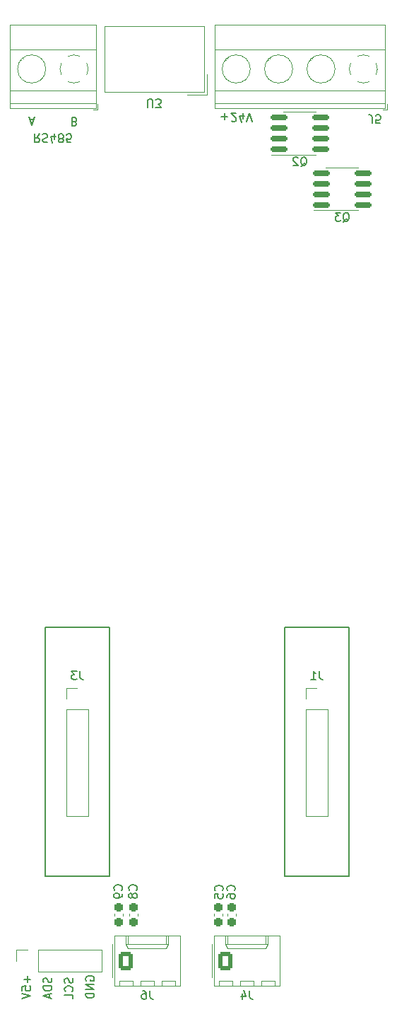
<source format=gbo>
G04 #@! TF.GenerationSoftware,KiCad,Pcbnew,(6.0.5)*
G04 #@! TF.CreationDate,2022-05-13T08:12:08+02:00*
G04 #@! TF.ProjectId,MEV_board,4d45565f-626f-4617-9264-2e6b69636164,rev?*
G04 #@! TF.SameCoordinates,Original*
G04 #@! TF.FileFunction,Legend,Bot*
G04 #@! TF.FilePolarity,Positive*
%FSLAX46Y46*%
G04 Gerber Fmt 4.6, Leading zero omitted, Abs format (unit mm)*
G04 Created by KiCad (PCBNEW (6.0.5)) date 2022-05-13 08:12:08*
%MOMM*%
%LPD*%
G01*
G04 APERTURE LIST*
G04 Aperture macros list*
%AMRoundRect*
0 Rectangle with rounded corners*
0 $1 Rounding radius*
0 $2 $3 $4 $5 $6 $7 $8 $9 X,Y pos of 4 corners*
0 Add a 4 corners polygon primitive as box body*
4,1,4,$2,$3,$4,$5,$6,$7,$8,$9,$2,$3,0*
0 Add four circle primitives for the rounded corners*
1,1,$1+$1,$2,$3*
1,1,$1+$1,$4,$5*
1,1,$1+$1,$6,$7*
1,1,$1+$1,$8,$9*
0 Add four rect primitives between the rounded corners*
20,1,$1+$1,$2,$3,$4,$5,0*
20,1,$1+$1,$4,$5,$6,$7,0*
20,1,$1+$1,$6,$7,$8,$9,0*
20,1,$1+$1,$8,$9,$2,$3,0*%
G04 Aperture macros list end*
%ADD10C,0.200000*%
%ADD11C,0.150000*%
%ADD12C,0.120000*%
%ADD13R,1.700000X1.700000*%
%ADD14O,1.700000X1.700000*%
%ADD15C,3.600000*%
%ADD16C,6.400000*%
%ADD17R,2.600000X2.600000*%
%ADD18C,2.600000*%
%ADD19RoundRect,0.150000X-0.825000X-0.150000X0.825000X-0.150000X0.825000X0.150000X-0.825000X0.150000X0*%
%ADD20R,1.500000X2.500000*%
%ADD21O,1.500000X2.500000*%
%ADD22RoundRect,0.237500X-0.237500X0.300000X-0.237500X-0.300000X0.237500X-0.300000X0.237500X0.300000X0*%
%ADD23RoundRect,0.237500X0.237500X-0.300000X0.237500X0.300000X-0.237500X0.300000X-0.237500X-0.300000X0*%
%ADD24RoundRect,0.250000X-0.620000X-0.845000X0.620000X-0.845000X0.620000X0.845000X-0.620000X0.845000X0*%
%ADD25O,1.740000X2.190000*%
G04 APERTURE END LIST*
D10*
X108354500Y-143868500D02*
X116104500Y-143868500D01*
X116104500Y-143868500D02*
X116104500Y-114018500D01*
X116104500Y-114018500D02*
X108354500Y-114018500D01*
X108354500Y-114018500D02*
X108354500Y-143868500D01*
X137056500Y-143868500D02*
X144806500Y-143868500D01*
X144806500Y-143868500D02*
X144806500Y-114018500D01*
X144806500Y-114018500D02*
X137056500Y-114018500D01*
X137056500Y-114018500D02*
X137056500Y-143868500D01*
D11*
X109100061Y-156003761D02*
X109147680Y-156146618D01*
X109147680Y-156384713D01*
X109100061Y-156479951D01*
X109052442Y-156527570D01*
X108957204Y-156575189D01*
X108861966Y-156575189D01*
X108766728Y-156527570D01*
X108719109Y-156479951D01*
X108671490Y-156384713D01*
X108623871Y-156194237D01*
X108576252Y-156098999D01*
X108528633Y-156051380D01*
X108433395Y-156003761D01*
X108338157Y-156003761D01*
X108242919Y-156051380D01*
X108195300Y-156098999D01*
X108147680Y-156194237D01*
X108147680Y-156432332D01*
X108195300Y-156575189D01*
X109147680Y-157003761D02*
X108147680Y-157003761D01*
X108147680Y-157241856D01*
X108195300Y-157384713D01*
X108290538Y-157479951D01*
X108385776Y-157527570D01*
X108576252Y-157575189D01*
X108719109Y-157575189D01*
X108909585Y-157527570D01*
X109004823Y-157479951D01*
X109100061Y-157384713D01*
X109147680Y-157241856D01*
X109147680Y-157003761D01*
X108861966Y-157956142D02*
X108861966Y-158432332D01*
X109147680Y-157860904D02*
X108147680Y-158194237D01*
X109147680Y-158527570D01*
X111894928Y-53538428D02*
X112037785Y-53490809D01*
X112085404Y-53443190D01*
X112133023Y-53347952D01*
X112133023Y-53205095D01*
X112085404Y-53109857D01*
X112037785Y-53062238D01*
X111942547Y-53014619D01*
X111561595Y-53014619D01*
X111561595Y-54014619D01*
X111894928Y-54014619D01*
X111990166Y-53967000D01*
X112037785Y-53919380D01*
X112085404Y-53824142D01*
X112085404Y-53728904D01*
X112037785Y-53633666D01*
X111990166Y-53586047D01*
X111894928Y-53538428D01*
X111561595Y-53538428D01*
X107683261Y-54983119D02*
X107349928Y-55459309D01*
X107111833Y-54983119D02*
X107111833Y-55983119D01*
X107492785Y-55983119D01*
X107588023Y-55935500D01*
X107635642Y-55887880D01*
X107683261Y-55792642D01*
X107683261Y-55649785D01*
X107635642Y-55554547D01*
X107588023Y-55506928D01*
X107492785Y-55459309D01*
X107111833Y-55459309D01*
X108064214Y-55030738D02*
X108207071Y-54983119D01*
X108445166Y-54983119D01*
X108540404Y-55030738D01*
X108588023Y-55078357D01*
X108635642Y-55173595D01*
X108635642Y-55268833D01*
X108588023Y-55364071D01*
X108540404Y-55411690D01*
X108445166Y-55459309D01*
X108254690Y-55506928D01*
X108159452Y-55554547D01*
X108111833Y-55602166D01*
X108064214Y-55697404D01*
X108064214Y-55792642D01*
X108111833Y-55887880D01*
X108159452Y-55935500D01*
X108254690Y-55983119D01*
X108492785Y-55983119D01*
X108635642Y-55935500D01*
X109492785Y-55649785D02*
X109492785Y-54983119D01*
X109254690Y-56030738D02*
X109016595Y-55316452D01*
X109635642Y-55316452D01*
X110159452Y-55554547D02*
X110064214Y-55602166D01*
X110016595Y-55649785D01*
X109968976Y-55745023D01*
X109968976Y-55792642D01*
X110016595Y-55887880D01*
X110064214Y-55935500D01*
X110159452Y-55983119D01*
X110349928Y-55983119D01*
X110445166Y-55935500D01*
X110492785Y-55887880D01*
X110540404Y-55792642D01*
X110540404Y-55745023D01*
X110492785Y-55649785D01*
X110445166Y-55602166D01*
X110349928Y-55554547D01*
X110159452Y-55554547D01*
X110064214Y-55506928D01*
X110016595Y-55459309D01*
X109968976Y-55364071D01*
X109968976Y-55173595D01*
X110016595Y-55078357D01*
X110064214Y-55030738D01*
X110159452Y-54983119D01*
X110349928Y-54983119D01*
X110445166Y-55030738D01*
X110492785Y-55078357D01*
X110540404Y-55173595D01*
X110540404Y-55364071D01*
X110492785Y-55459309D01*
X110445166Y-55506928D01*
X110349928Y-55554547D01*
X111445166Y-55983119D02*
X110968976Y-55983119D01*
X110921357Y-55506928D01*
X110968976Y-55554547D01*
X111064214Y-55602166D01*
X111302309Y-55602166D01*
X111397547Y-55554547D01*
X111445166Y-55506928D01*
X111492785Y-55411690D01*
X111492785Y-55173595D01*
X111445166Y-55078357D01*
X111397547Y-55030738D01*
X111302309Y-54983119D01*
X111064214Y-54983119D01*
X110968976Y-55030738D01*
X110921357Y-55078357D01*
X129492595Y-52887571D02*
X130254500Y-52887571D01*
X129873547Y-52506619D02*
X129873547Y-53268523D01*
X130683071Y-53411380D02*
X130730690Y-53459000D01*
X130825928Y-53506619D01*
X131064023Y-53506619D01*
X131159261Y-53459000D01*
X131206880Y-53411380D01*
X131254500Y-53316142D01*
X131254500Y-53220904D01*
X131206880Y-53078047D01*
X130635452Y-52506619D01*
X131254500Y-52506619D01*
X132111642Y-53173285D02*
X132111642Y-52506619D01*
X131873547Y-53554238D02*
X131635452Y-52839952D01*
X132254500Y-52839952D01*
X132492595Y-53506619D02*
X132825928Y-52506619D01*
X133159261Y-53506619D01*
X106226728Y-155813285D02*
X106226728Y-156575190D01*
X106607680Y-156194238D02*
X105845776Y-156194238D01*
X105607680Y-157527571D02*
X105607680Y-157051380D01*
X106083871Y-157003761D01*
X106036252Y-157051380D01*
X105988633Y-157146619D01*
X105988633Y-157384714D01*
X106036252Y-157479952D01*
X106083871Y-157527571D01*
X106179109Y-157575190D01*
X106417204Y-157575190D01*
X106512442Y-157527571D01*
X106560061Y-157479952D01*
X106607680Y-157384714D01*
X106607680Y-157146619D01*
X106560061Y-157051380D01*
X106512442Y-157003761D01*
X105607680Y-157860904D02*
X106607680Y-158194238D01*
X105607680Y-158527571D01*
X111640061Y-156051380D02*
X111687680Y-156194237D01*
X111687680Y-156432333D01*
X111640061Y-156527571D01*
X111592442Y-156575190D01*
X111497204Y-156622809D01*
X111401966Y-156622809D01*
X111306728Y-156575190D01*
X111259109Y-156527571D01*
X111211490Y-156432333D01*
X111163871Y-156241857D01*
X111116252Y-156146618D01*
X111068633Y-156098999D01*
X110973395Y-156051380D01*
X110878157Y-156051380D01*
X110782919Y-156098999D01*
X110735300Y-156146618D01*
X110687680Y-156241857D01*
X110687680Y-156479952D01*
X110735300Y-156622809D01*
X111592442Y-157622809D02*
X111640061Y-157575190D01*
X111687680Y-157432333D01*
X111687680Y-157337095D01*
X111640061Y-157194237D01*
X111544823Y-157098999D01*
X111449585Y-157051380D01*
X111259109Y-157003761D01*
X111116252Y-157003761D01*
X110925776Y-157051380D01*
X110830538Y-157098999D01*
X110735300Y-157194237D01*
X110687680Y-157337095D01*
X110687680Y-157432333D01*
X110735300Y-157575190D01*
X110782919Y-157622809D01*
X111687680Y-158527571D02*
X111687680Y-158051380D01*
X110687680Y-158051380D01*
X113275300Y-156337095D02*
X113227680Y-156241857D01*
X113227680Y-156099000D01*
X113275300Y-155956142D01*
X113370538Y-155860904D01*
X113465776Y-155813285D01*
X113656252Y-155765666D01*
X113799109Y-155765666D01*
X113989585Y-155813285D01*
X114084823Y-155860904D01*
X114180061Y-155956142D01*
X114227680Y-156099000D01*
X114227680Y-156194238D01*
X114180061Y-156337095D01*
X114132442Y-156384714D01*
X113799109Y-156384714D01*
X113799109Y-156194238D01*
X114227680Y-156813285D02*
X113227680Y-156813285D01*
X114227680Y-157384714D01*
X113227680Y-157384714D01*
X114227680Y-157860904D02*
X113227680Y-157860904D01*
X113227680Y-158099000D01*
X113275300Y-158241857D01*
X113370538Y-158337095D01*
X113465776Y-158384714D01*
X113656252Y-158432333D01*
X113799109Y-158432333D01*
X113989585Y-158384714D01*
X114084823Y-158337095D01*
X114180061Y-158241857D01*
X114227680Y-158099000D01*
X114227680Y-157860904D01*
X106505405Y-53236833D02*
X106981596Y-53236833D01*
X106410167Y-52951119D02*
X106743501Y-53951119D01*
X107076834Y-52951119D01*
X138976738Y-58849719D02*
X139071976Y-58802100D01*
X139167214Y-58706861D01*
X139310071Y-58564004D01*
X139405309Y-58516385D01*
X139500547Y-58516385D01*
X139452928Y-58754480D02*
X139548166Y-58706861D01*
X139643404Y-58611623D01*
X139691023Y-58421147D01*
X139691023Y-58087814D01*
X139643404Y-57897338D01*
X139548166Y-57802100D01*
X139452928Y-57754480D01*
X139262452Y-57754480D01*
X139167214Y-57802100D01*
X139071976Y-57897338D01*
X139024357Y-58087814D01*
X139024357Y-58421147D01*
X139071976Y-58611623D01*
X139167214Y-58706861D01*
X139262452Y-58754480D01*
X139452928Y-58754480D01*
X138643404Y-57849719D02*
X138595785Y-57802100D01*
X138500547Y-57754480D01*
X138262452Y-57754480D01*
X138167214Y-57802100D01*
X138119595Y-57849719D01*
X138071976Y-57944957D01*
X138071976Y-58040195D01*
X138119595Y-58183052D01*
X138691023Y-58754480D01*
X138071976Y-58754480D01*
X144056738Y-65504519D02*
X144151976Y-65456900D01*
X144247214Y-65361661D01*
X144390071Y-65218804D01*
X144485309Y-65171185D01*
X144580547Y-65171185D01*
X144532928Y-65409280D02*
X144628166Y-65361661D01*
X144723404Y-65266423D01*
X144771023Y-65075947D01*
X144771023Y-64742614D01*
X144723404Y-64552138D01*
X144628166Y-64456900D01*
X144532928Y-64409280D01*
X144342452Y-64409280D01*
X144247214Y-64456900D01*
X144151976Y-64552138D01*
X144104357Y-64742614D01*
X144104357Y-65075947D01*
X144151976Y-65266423D01*
X144247214Y-65361661D01*
X144342452Y-65409280D01*
X144532928Y-65409280D01*
X143771023Y-64409280D02*
X143151976Y-64409280D01*
X143485309Y-64790233D01*
X143342452Y-64790233D01*
X143247214Y-64837852D01*
X143199595Y-64885471D01*
X143151976Y-64980709D01*
X143151976Y-65218804D01*
X143199595Y-65314042D01*
X143247214Y-65361661D01*
X143342452Y-65409280D01*
X143628166Y-65409280D01*
X143723404Y-65361661D01*
X143771023Y-65314042D01*
X120650095Y-51792119D02*
X120650095Y-50982595D01*
X120697714Y-50887357D01*
X120745333Y-50839738D01*
X120840571Y-50792119D01*
X121031047Y-50792119D01*
X121126285Y-50839738D01*
X121173904Y-50887357D01*
X121221523Y-50982595D01*
X121221523Y-51792119D01*
X121602476Y-51792119D02*
X122221523Y-51792119D01*
X121888190Y-51411166D01*
X122031047Y-51411166D01*
X122126285Y-51363547D01*
X122173904Y-51315928D01*
X122221523Y-51220690D01*
X122221523Y-50982595D01*
X122173904Y-50887357D01*
X122126285Y-50839738D01*
X122031047Y-50792119D01*
X121745333Y-50792119D01*
X121650095Y-50839738D01*
X121602476Y-50887357D01*
X147558166Y-53697119D02*
X147558166Y-52982833D01*
X147510547Y-52839976D01*
X147415309Y-52744738D01*
X147272452Y-52697119D01*
X147177214Y-52697119D01*
X148510547Y-53697119D02*
X148034357Y-53697119D01*
X147986738Y-53220928D01*
X148034357Y-53268547D01*
X148129595Y-53316166D01*
X148367690Y-53316166D01*
X148462928Y-53268547D01*
X148510547Y-53220928D01*
X148558166Y-53125690D01*
X148558166Y-52887595D01*
X148510547Y-52792357D01*
X148462928Y-52744738D01*
X148367690Y-52697119D01*
X148129595Y-52697119D01*
X148034357Y-52744738D01*
X147986738Y-52792357D01*
X141239833Y-119300880D02*
X141239833Y-120015166D01*
X141287452Y-120158023D01*
X141382690Y-120253261D01*
X141525547Y-120300880D01*
X141620785Y-120300880D01*
X140239833Y-120300880D02*
X140811261Y-120300880D01*
X140525547Y-120300880D02*
X140525547Y-119300880D01*
X140620785Y-119443738D01*
X140716023Y-119538976D01*
X140811261Y-119586595D01*
X119292642Y-145502333D02*
X119340261Y-145454714D01*
X119387880Y-145311857D01*
X119387880Y-145216619D01*
X119340261Y-145073761D01*
X119245023Y-144978523D01*
X119149785Y-144930904D01*
X118959309Y-144883285D01*
X118816452Y-144883285D01*
X118625976Y-144930904D01*
X118530738Y-144978523D01*
X118435500Y-145073761D01*
X118387880Y-145216619D01*
X118387880Y-145311857D01*
X118435500Y-145454714D01*
X118483119Y-145502333D01*
X118816452Y-146073761D02*
X118768833Y-145978523D01*
X118721214Y-145930904D01*
X118625976Y-145883285D01*
X118578357Y-145883285D01*
X118483119Y-145930904D01*
X118435500Y-145978523D01*
X118387880Y-146073761D01*
X118387880Y-146264238D01*
X118435500Y-146359476D01*
X118483119Y-146407095D01*
X118578357Y-146454714D01*
X118625976Y-146454714D01*
X118721214Y-146407095D01*
X118768833Y-146359476D01*
X118816452Y-146264238D01*
X118816452Y-146073761D01*
X118864071Y-145978523D01*
X118911690Y-145930904D01*
X119006928Y-145883285D01*
X119197404Y-145883285D01*
X119292642Y-145930904D01*
X119340261Y-145978523D01*
X119387880Y-146073761D01*
X119387880Y-146264238D01*
X119340261Y-146359476D01*
X119292642Y-146407095D01*
X119197404Y-146454714D01*
X119006928Y-146454714D01*
X118911690Y-146407095D01*
X118864071Y-146359476D01*
X118816452Y-146264238D01*
X129579642Y-145565833D02*
X129627261Y-145518214D01*
X129674880Y-145375357D01*
X129674880Y-145280119D01*
X129627261Y-145137261D01*
X129532023Y-145042023D01*
X129436785Y-144994404D01*
X129246309Y-144946785D01*
X129103452Y-144946785D01*
X128912976Y-144994404D01*
X128817738Y-145042023D01*
X128722500Y-145137261D01*
X128674880Y-145280119D01*
X128674880Y-145375357D01*
X128722500Y-145518214D01*
X128770119Y-145565833D01*
X128674880Y-146470595D02*
X128674880Y-145994404D01*
X129151071Y-145946785D01*
X129103452Y-145994404D01*
X129055833Y-146089642D01*
X129055833Y-146327738D01*
X129103452Y-146422976D01*
X129151071Y-146470595D01*
X129246309Y-146518214D01*
X129484404Y-146518214D01*
X129579642Y-146470595D01*
X129627261Y-146422976D01*
X129674880Y-146327738D01*
X129674880Y-146089642D01*
X129627261Y-145994404D01*
X129579642Y-145946785D01*
X131040142Y-145565833D02*
X131087761Y-145518214D01*
X131135380Y-145375357D01*
X131135380Y-145280119D01*
X131087761Y-145137261D01*
X130992523Y-145042023D01*
X130897285Y-144994404D01*
X130706809Y-144946785D01*
X130563952Y-144946785D01*
X130373476Y-144994404D01*
X130278238Y-145042023D01*
X130183000Y-145137261D01*
X130135380Y-145280119D01*
X130135380Y-145375357D01*
X130183000Y-145518214D01*
X130230619Y-145565833D01*
X130135380Y-146422976D02*
X130135380Y-146232500D01*
X130183000Y-146137261D01*
X130230619Y-146089642D01*
X130373476Y-145994404D01*
X130563952Y-145946785D01*
X130944904Y-145946785D01*
X131040142Y-145994404D01*
X131087761Y-146042023D01*
X131135380Y-146137261D01*
X131135380Y-146327738D01*
X131087761Y-146422976D01*
X131040142Y-146470595D01*
X130944904Y-146518214D01*
X130706809Y-146518214D01*
X130611571Y-146470595D01*
X130563952Y-146422976D01*
X130516333Y-146327738D01*
X130516333Y-146137261D01*
X130563952Y-146042023D01*
X130611571Y-145994404D01*
X130706809Y-145946785D01*
X120919833Y-157547180D02*
X120919833Y-158261466D01*
X120967452Y-158404323D01*
X121062690Y-158499561D01*
X121205547Y-158547180D01*
X121300785Y-158547180D01*
X120015071Y-157547180D02*
X120205547Y-157547180D01*
X120300785Y-157594800D01*
X120348404Y-157642419D01*
X120443642Y-157785276D01*
X120491261Y-157975752D01*
X120491261Y-158356704D01*
X120443642Y-158451942D01*
X120396023Y-158499561D01*
X120300785Y-158547180D01*
X120110309Y-158547180D01*
X120015071Y-158499561D01*
X119967452Y-158451942D01*
X119919833Y-158356704D01*
X119919833Y-158118609D01*
X119967452Y-158023371D01*
X120015071Y-157975752D01*
X120110309Y-157928133D01*
X120300785Y-157928133D01*
X120396023Y-157975752D01*
X120443642Y-158023371D01*
X120491261Y-158118609D01*
X112537833Y-119300880D02*
X112537833Y-120015166D01*
X112585452Y-120158023D01*
X112680690Y-120253261D01*
X112823547Y-120300880D01*
X112918785Y-120300880D01*
X112156880Y-119300880D02*
X111537833Y-119300880D01*
X111871166Y-119681833D01*
X111728309Y-119681833D01*
X111633071Y-119729452D01*
X111585452Y-119777071D01*
X111537833Y-119872309D01*
X111537833Y-120110404D01*
X111585452Y-120205642D01*
X111633071Y-120253261D01*
X111728309Y-120300880D01*
X112014023Y-120300880D01*
X112109261Y-120253261D01*
X112156880Y-120205642D01*
X132857833Y-157547180D02*
X132857833Y-158261466D01*
X132905452Y-158404323D01*
X133000690Y-158499561D01*
X133143547Y-158547180D01*
X133238785Y-158547180D01*
X131953071Y-157880514D02*
X131953071Y-158547180D01*
X132191166Y-157499561D02*
X132429261Y-158213847D01*
X131810214Y-158213847D01*
X117514642Y-145502333D02*
X117562261Y-145454714D01*
X117609880Y-145311857D01*
X117609880Y-145216619D01*
X117562261Y-145073761D01*
X117467023Y-144978523D01*
X117371785Y-144930904D01*
X117181309Y-144883285D01*
X117038452Y-144883285D01*
X116847976Y-144930904D01*
X116752738Y-144978523D01*
X116657500Y-145073761D01*
X116609880Y-145216619D01*
X116609880Y-145311857D01*
X116657500Y-145454714D01*
X116705119Y-145502333D01*
X117609880Y-145978523D02*
X117609880Y-146169000D01*
X117562261Y-146264238D01*
X117514642Y-146311857D01*
X117371785Y-146407095D01*
X117181309Y-146454714D01*
X116800357Y-146454714D01*
X116705119Y-146407095D01*
X116657500Y-146359476D01*
X116609880Y-146264238D01*
X116609880Y-146073761D01*
X116657500Y-145978523D01*
X116705119Y-145930904D01*
X116800357Y-145883285D01*
X117038452Y-145883285D01*
X117133690Y-145930904D01*
X117181309Y-145978523D01*
X117228928Y-146073761D01*
X117228928Y-146264238D01*
X117181309Y-146359476D01*
X117133690Y-146407095D01*
X117038452Y-146454714D01*
D12*
X105468500Y-46131000D02*
X105515500Y-46177000D01*
X114423500Y-44899000D02*
X104143500Y-44899000D01*
X114423500Y-49800000D02*
X104143500Y-49800000D01*
X114423500Y-41939000D02*
X114423500Y-51860000D01*
X114663500Y-51360000D02*
X114663500Y-52100000D01*
X104143500Y-41939000D02*
X104143500Y-51860000D01*
X114423500Y-51860000D02*
X104143500Y-51860000D01*
X114663500Y-52100000D02*
X114163500Y-52100000D01*
X105673500Y-45925000D02*
X105708500Y-45961000D01*
X107970500Y-48223000D02*
X108017500Y-48269000D01*
X114423500Y-41939000D02*
X104143500Y-41939000D01*
X114423500Y-51300000D02*
X104143500Y-51300000D01*
X107777500Y-48439000D02*
X107812500Y-48474000D01*
X111794695Y-48880253D02*
G75*
G03*
X112507500Y-48735000I28806J1680254D01*
G01*
X110288073Y-46516958D02*
G75*
G03*
X110288500Y-47884000I1535431J-683041D01*
G01*
X113358926Y-47883042D02*
G75*
G03*
X113358500Y-46516000I-1535426J683042D01*
G01*
X111140182Y-48734756D02*
G75*
G03*
X111823500Y-48880000I683318J1534756D01*
G01*
X112506542Y-45664573D02*
G75*
G03*
X111139500Y-45665000I-683041J-1535431D01*
G01*
X108423500Y-47200000D02*
G75*
G03*
X108423500Y-47200000I-1680000J0D01*
G01*
X138881500Y-57462100D02*
X135431500Y-57462100D01*
X138881500Y-52342100D02*
X140831500Y-52342100D01*
X138881500Y-57462100D02*
X140831500Y-57462100D01*
X138881500Y-52342100D02*
X136931500Y-52342100D01*
X143961500Y-64116900D02*
X140511500Y-64116900D01*
X143961500Y-58996900D02*
X145911500Y-58996900D01*
X143961500Y-64116900D02*
X145911500Y-64116900D01*
X143961500Y-58996900D02*
X142011500Y-58996900D01*
X127750000Y-47800000D02*
X127750000Y-50250000D01*
X115480000Y-42070000D02*
X115480000Y-49920000D01*
X127420000Y-49920000D02*
X127420000Y-42070000D01*
X115480000Y-49920000D02*
X127420000Y-49920000D01*
X127750000Y-50250000D02*
X125420000Y-50250000D01*
X127420000Y-42070000D02*
X115480000Y-42070000D01*
X106222798Y-152644800D02*
X104892798Y-152644800D01*
X107492798Y-152644800D02*
X107492798Y-155304800D01*
X104892798Y-152644800D02*
X104892798Y-153974800D01*
X107492798Y-152644800D02*
X115172798Y-152644800D01*
X115172798Y-152644800D02*
X115172798Y-155304800D01*
X107492798Y-155304800D02*
X115172798Y-155304800D01*
X149100000Y-49800000D02*
X128660000Y-49800000D01*
X149100000Y-41939000D02*
X149100000Y-51860000D01*
X149100000Y-44899000D02*
X128660000Y-44899000D01*
X149100000Y-51300000D02*
X128660000Y-51300000D01*
X142454000Y-48439000D02*
X142489000Y-48474000D01*
X135065000Y-46131000D02*
X135112000Y-46177000D01*
X149100000Y-41939000D02*
X128660000Y-41939000D01*
X149340000Y-52100000D02*
X148840000Y-52100000D01*
X137374000Y-48439000D02*
X137409000Y-48474000D01*
X129985000Y-46131000D02*
X130032000Y-46177000D01*
X135270000Y-45925000D02*
X135305000Y-45961000D01*
X137567000Y-48223000D02*
X137614000Y-48269000D01*
X149340000Y-51360000D02*
X149340000Y-52100000D01*
X130190000Y-45925000D02*
X130225000Y-45961000D01*
X132487000Y-48223000D02*
X132534000Y-48269000D01*
X149100000Y-51860000D02*
X128660000Y-51860000D01*
X128660000Y-41939000D02*
X128660000Y-51860000D01*
X140145000Y-46131000D02*
X140192000Y-46177000D01*
X142647000Y-48223000D02*
X142694000Y-48269000D01*
X140350000Y-45925000D02*
X140385000Y-45961000D01*
X132294000Y-48439000D02*
X132329000Y-48474000D01*
X148035426Y-47883042D02*
G75*
G03*
X148035000Y-46516000I-1535426J683042D01*
G01*
X145816682Y-48734756D02*
G75*
G03*
X146500000Y-48880000I683318J1534756D01*
G01*
X147183042Y-45664573D02*
G75*
G03*
X145816000Y-45665000I-683041J-1535431D01*
G01*
X144964573Y-46516958D02*
G75*
G03*
X144965000Y-47884000I1535431J-683041D01*
G01*
X146471195Y-48880253D02*
G75*
G03*
X147184000Y-48735000I28806J1680254D01*
G01*
X138020000Y-47200000D02*
G75*
G03*
X138020000Y-47200000I-1680000J0D01*
G01*
X132940000Y-47200000D02*
G75*
G03*
X132940000Y-47200000I-1680000J0D01*
G01*
X143100000Y-47200000D02*
G75*
G03*
X143100000Y-47200000I-1680000J0D01*
G01*
X140906500Y-121288500D02*
X139576500Y-121288500D01*
X142236500Y-123888500D02*
X142236500Y-136648500D01*
X142236500Y-123888500D02*
X139576500Y-123888500D01*
X139576500Y-121288500D02*
X139576500Y-122618500D01*
X139576500Y-123888500D02*
X139576500Y-136648500D01*
X142236500Y-136648500D02*
X139576500Y-136648500D01*
X119451500Y-148316733D02*
X119451500Y-148609267D01*
X118431500Y-148316733D02*
X118431500Y-148609267D01*
X128625000Y-148316733D02*
X128625000Y-148609267D01*
X129645000Y-148316733D02*
X129645000Y-148609267D01*
X131256500Y-148609267D02*
X131256500Y-148316733D01*
X130236500Y-148609267D02*
X130236500Y-148316733D01*
X118296500Y-152514800D02*
X122876500Y-152514800D01*
X124506500Y-150984800D02*
X124506500Y-157004800D01*
X124506500Y-157004800D02*
X116666500Y-157004800D01*
X122876500Y-150984800D02*
X122876500Y-151984800D01*
X118046500Y-151984800D02*
X123126500Y-151984800D01*
X122326500Y-156404800D02*
X123926500Y-156404800D01*
X119786500Y-156404800D02*
X121386500Y-156404800D01*
X119786500Y-157004800D02*
X119786500Y-156404800D01*
X116666500Y-150984800D02*
X124506500Y-150984800D01*
X123126500Y-151984800D02*
X123126500Y-150984800D01*
X118046500Y-151984800D02*
X118296500Y-152514800D01*
X118846500Y-156404800D02*
X118846500Y-157004800D01*
X117246500Y-157004800D02*
X117246500Y-156404800D01*
X116666500Y-157004800D02*
X116666500Y-150984800D01*
X118296500Y-150984800D02*
X118296500Y-151984800D01*
X123926500Y-156404800D02*
X123926500Y-157004800D01*
X122326500Y-157004800D02*
X122326500Y-156404800D01*
X122876500Y-152514800D02*
X123126500Y-151984800D01*
X118046500Y-150984800D02*
X118046500Y-151984800D01*
X116376500Y-155974800D02*
X116376500Y-151974800D01*
X117246500Y-156404800D02*
X118846500Y-156404800D01*
X121386500Y-156404800D02*
X121386500Y-157004800D01*
X110874500Y-123888500D02*
X110874500Y-136648500D01*
X113534500Y-123888500D02*
X113534500Y-136648500D01*
X112204500Y-121288500D02*
X110874500Y-121288500D01*
X113534500Y-136648500D02*
X110874500Y-136648500D01*
X110874500Y-121288500D02*
X110874500Y-122618500D01*
X113534500Y-123888500D02*
X110874500Y-123888500D01*
X134264500Y-157004800D02*
X134264500Y-156404800D01*
X131724500Y-157004800D02*
X131724500Y-156404800D01*
X128314500Y-155974800D02*
X128314500Y-151974800D01*
X130234500Y-152514800D02*
X134814500Y-152514800D01*
X129184500Y-157004800D02*
X129184500Y-156404800D01*
X131724500Y-156404800D02*
X133324500Y-156404800D01*
X133324500Y-156404800D02*
X133324500Y-157004800D01*
X130234500Y-150984800D02*
X130234500Y-151984800D01*
X134814500Y-150984800D02*
X134814500Y-151984800D01*
X135064500Y-151984800D02*
X135064500Y-150984800D01*
X130784500Y-156404800D02*
X130784500Y-157004800D01*
X129984500Y-150984800D02*
X129984500Y-151984800D01*
X136444500Y-157004800D02*
X128604500Y-157004800D01*
X129984500Y-151984800D02*
X130234500Y-152514800D01*
X128604500Y-150984800D02*
X136444500Y-150984800D01*
X128604500Y-157004800D02*
X128604500Y-150984800D01*
X134264500Y-156404800D02*
X135864500Y-156404800D01*
X136444500Y-150984800D02*
X136444500Y-157004800D01*
X135864500Y-156404800D02*
X135864500Y-157004800D01*
X134814500Y-152514800D02*
X135064500Y-151984800D01*
X129984500Y-151984800D02*
X135064500Y-151984800D01*
X129184500Y-156404800D02*
X130784500Y-156404800D01*
X117667500Y-148609267D02*
X117667500Y-148316733D01*
X116647500Y-148609267D02*
X116647500Y-148316733D01*
%LPC*%
D13*
X99990000Y-75220000D03*
D14*
X102530000Y-75220000D03*
X99990000Y-77760000D03*
X102530000Y-77760000D03*
X99990000Y-80300000D03*
X102530000Y-80300000D03*
X99990000Y-82840000D03*
X102530000Y-82840000D03*
X99990000Y-85380000D03*
X102530000Y-85380000D03*
X99990000Y-87920000D03*
X102530000Y-87920000D03*
X99990000Y-90460000D03*
X102530000Y-90460000D03*
X99990000Y-93000000D03*
X102530000Y-93000000D03*
X99990000Y-95540000D03*
X102530000Y-95540000D03*
X99990000Y-98080000D03*
X102530000Y-98080000D03*
X99990000Y-100620000D03*
X102530000Y-100620000D03*
X99990000Y-103160000D03*
X102530000Y-103160000D03*
X99990000Y-105700000D03*
X102530000Y-105700000D03*
X99990000Y-108240000D03*
X102530000Y-108240000D03*
X99990000Y-110780000D03*
X102530000Y-110780000D03*
X99990000Y-113320000D03*
X102530000Y-113320000D03*
X99990000Y-115860000D03*
X102530000Y-115860000D03*
X99990000Y-118400000D03*
X102530000Y-118400000D03*
X99990000Y-120940000D03*
X102530000Y-120940000D03*
X99990000Y-123480000D03*
X102530000Y-123480000D03*
X99990000Y-126020000D03*
X102530000Y-126020000D03*
X99990000Y-128560000D03*
X102530000Y-128560000D03*
X99990000Y-131100000D03*
X102530000Y-131100000D03*
X99990000Y-133640000D03*
X102530000Y-133640000D03*
X99990000Y-136180000D03*
X102530000Y-136180000D03*
X99990000Y-138720000D03*
X102530000Y-138720000D03*
X99990000Y-141260000D03*
X102530000Y-141260000D03*
X99990000Y-143800000D03*
X102530000Y-143800000D03*
X99990000Y-146340000D03*
X102530000Y-146340000D03*
X99990000Y-148880000D03*
X102530000Y-148880000D03*
X99990000Y-151420000D03*
X102530000Y-151420000D03*
X99990000Y-153960000D03*
X102530000Y-153960000D03*
D13*
X150800000Y-75220000D03*
D14*
X153340000Y-75220000D03*
X150800000Y-77760000D03*
X153340000Y-77760000D03*
X150800000Y-80300000D03*
X153340000Y-80300000D03*
X150800000Y-82840000D03*
X153340000Y-82840000D03*
X150800000Y-85380000D03*
X153340000Y-85380000D03*
X150800000Y-87920000D03*
X153340000Y-87920000D03*
X150800000Y-90460000D03*
X153340000Y-90460000D03*
X150800000Y-93000000D03*
X153340000Y-93000000D03*
X150800000Y-95540000D03*
X153340000Y-95540000D03*
X150800000Y-98080000D03*
X153340000Y-98080000D03*
X150800000Y-100620000D03*
X153340000Y-100620000D03*
X150800000Y-103160000D03*
X153340000Y-103160000D03*
X150800000Y-105700000D03*
X153340000Y-105700000D03*
X150800000Y-108240000D03*
X153340000Y-108240000D03*
X150800000Y-110780000D03*
X153340000Y-110780000D03*
X150800000Y-113320000D03*
X153340000Y-113320000D03*
X150800000Y-115860000D03*
X153340000Y-115860000D03*
X150800000Y-118400000D03*
X153340000Y-118400000D03*
X150800000Y-120940000D03*
X153340000Y-120940000D03*
X150800000Y-123480000D03*
X153340000Y-123480000D03*
X150800000Y-126020000D03*
X153340000Y-126020000D03*
X150800000Y-128560000D03*
X153340000Y-128560000D03*
X150800000Y-131100000D03*
X153340000Y-131100000D03*
X150800000Y-133640000D03*
X153340000Y-133640000D03*
X150800000Y-136180000D03*
X153340000Y-136180000D03*
X150800000Y-138720000D03*
X153340000Y-138720000D03*
X150800000Y-141260000D03*
X153340000Y-141260000D03*
X150800000Y-143800000D03*
X153340000Y-143800000D03*
X150800000Y-146340000D03*
X153340000Y-146340000D03*
X150800000Y-148880000D03*
X153340000Y-148880000D03*
X150800000Y-151420000D03*
X153340000Y-151420000D03*
X150800000Y-153960000D03*
X153340000Y-153960000D03*
D15*
X155000000Y-46000000D03*
D16*
X155000000Y-46000000D03*
D15*
X98000000Y-46000000D03*
D16*
X98000000Y-46000000D03*
X155000000Y-161500000D03*
D15*
X155000000Y-161500000D03*
X98000000Y-161500000D03*
D16*
X98000000Y-161500000D03*
D17*
X111823500Y-47200000D03*
D18*
X106743500Y-47200000D03*
D19*
X136406500Y-56807100D03*
X136406500Y-55537100D03*
X136406500Y-54267100D03*
X136406500Y-52997100D03*
X141356500Y-52997100D03*
X141356500Y-54267100D03*
X141356500Y-55537100D03*
X141356500Y-56807100D03*
X141486500Y-63461900D03*
X141486500Y-62191900D03*
X141486500Y-60921900D03*
X141486500Y-59651900D03*
X146436500Y-59651900D03*
X146436500Y-60921900D03*
X146436500Y-62191900D03*
X146436500Y-63461900D03*
D20*
X124000000Y-47800000D03*
D21*
X121460000Y-47800000D03*
X118920000Y-47800000D03*
D13*
X106222798Y-153974800D03*
D14*
X108762798Y-153974800D03*
X111302798Y-153974800D03*
X113842798Y-153974800D03*
D17*
X146500000Y-47200000D03*
D18*
X141420000Y-47200000D03*
X136340000Y-47200000D03*
X131260000Y-47200000D03*
D13*
X140906500Y-122618500D03*
D14*
X140906500Y-125158500D03*
X140906500Y-127698500D03*
X140906500Y-130238500D03*
X140906500Y-132778500D03*
X140906500Y-135318500D03*
D22*
X118941500Y-147600500D03*
X118941500Y-149325500D03*
X129135000Y-147600500D03*
X129135000Y-149325500D03*
D23*
X130746500Y-149325500D03*
X130746500Y-147600500D03*
D24*
X118046500Y-153974800D03*
D25*
X120586500Y-153974800D03*
X123126500Y-153974800D03*
D13*
X112204500Y-122618500D03*
D14*
X112204500Y-125158500D03*
X112204500Y-127698500D03*
X112204500Y-130238500D03*
X112204500Y-132778500D03*
X112204500Y-135318500D03*
D24*
X129984500Y-153974800D03*
D25*
X132524500Y-153974800D03*
X135064500Y-153974800D03*
D23*
X117157500Y-149325500D03*
X117157500Y-147600500D03*
M02*

</source>
